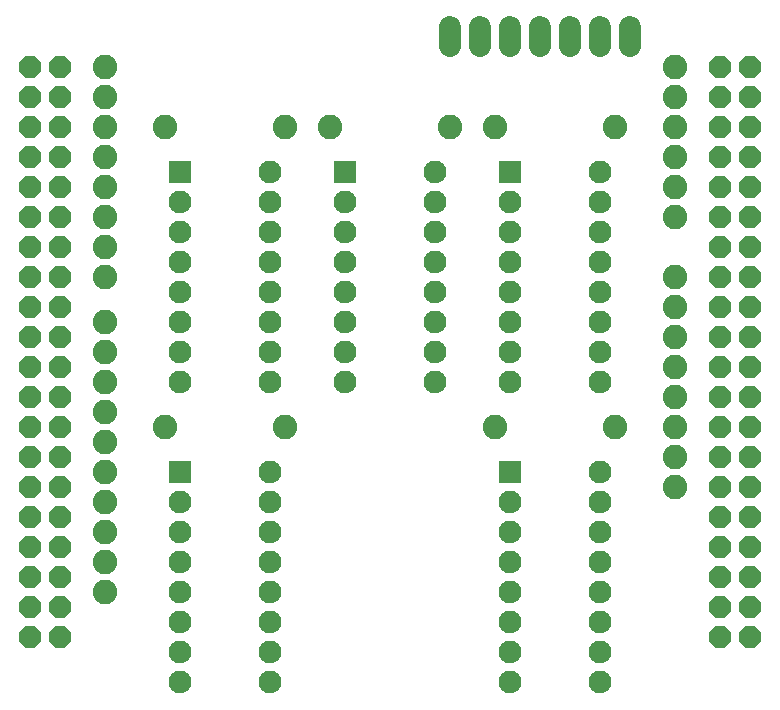
<source format=gbs>
G75*
%MOIN*%
%OFA0B0*%
%FSLAX25Y25*%
%IPPOS*%
%LPD*%
%AMOC8*
5,1,8,0,0,1.08239X$1,22.5*
%
%ADD10C,0.08200*%
%ADD11R,0.07600X0.07600*%
%ADD12C,0.07600*%
%ADD13C,0.07200*%
%ADD14OC8,0.07200*%
D10*
X0070000Y0102524D03*
X0070000Y0112524D03*
X0070000Y0122524D03*
X0070000Y0132524D03*
X0070000Y0142524D03*
X0070000Y0152524D03*
X0070000Y0162524D03*
X0070000Y0172524D03*
X0070000Y0182524D03*
X0070000Y0192524D03*
X0070000Y0207524D03*
X0070000Y0217524D03*
X0070000Y0227524D03*
X0070000Y0237524D03*
X0070000Y0247524D03*
X0070000Y0257524D03*
X0070000Y0267524D03*
X0070000Y0277524D03*
X0090000Y0257524D03*
X0130000Y0257524D03*
X0145000Y0257524D03*
X0185000Y0257524D03*
X0200000Y0257524D03*
X0240000Y0257524D03*
X0260000Y0257524D03*
X0260000Y0267524D03*
X0260000Y0277524D03*
X0260000Y0247524D03*
X0260000Y0237524D03*
X0260000Y0227524D03*
X0260000Y0207524D03*
X0260000Y0197524D03*
X0260000Y0187524D03*
X0260000Y0177524D03*
X0260000Y0167524D03*
X0260000Y0157524D03*
X0260000Y0147524D03*
X0260000Y0137524D03*
X0240000Y0157524D03*
X0200000Y0157524D03*
X0130000Y0157524D03*
X0090000Y0157524D03*
D11*
X0095000Y0142524D03*
X0095000Y0242524D03*
X0150000Y0242524D03*
X0205000Y0242524D03*
X0205000Y0142524D03*
D12*
X0205000Y0132524D03*
X0205000Y0122524D03*
X0205000Y0112524D03*
X0205000Y0102524D03*
X0205000Y0092524D03*
X0205000Y0082524D03*
X0205000Y0072524D03*
X0235000Y0072524D03*
X0235000Y0082524D03*
X0235000Y0092524D03*
X0235000Y0102524D03*
X0235000Y0112524D03*
X0235000Y0122524D03*
X0235000Y0132524D03*
X0235000Y0142524D03*
X0235000Y0172524D03*
X0235000Y0182524D03*
X0235000Y0192524D03*
X0235000Y0202524D03*
X0235000Y0212524D03*
X0235000Y0222524D03*
X0235000Y0232524D03*
X0235000Y0242524D03*
X0205000Y0232524D03*
X0205000Y0222524D03*
X0205000Y0212524D03*
X0205000Y0202524D03*
X0205000Y0192524D03*
X0205000Y0182524D03*
X0205000Y0172524D03*
X0180000Y0172524D03*
X0180000Y0182524D03*
X0180000Y0192524D03*
X0180000Y0202524D03*
X0180000Y0212524D03*
X0180000Y0222524D03*
X0180000Y0232524D03*
X0180000Y0242524D03*
X0150000Y0232524D03*
X0150000Y0222524D03*
X0150000Y0212524D03*
X0150000Y0202524D03*
X0150000Y0192524D03*
X0150000Y0182524D03*
X0150000Y0172524D03*
X0125000Y0172524D03*
X0125000Y0182524D03*
X0125000Y0192524D03*
X0125000Y0202524D03*
X0125000Y0212524D03*
X0125000Y0222524D03*
X0125000Y0232524D03*
X0125000Y0242524D03*
X0095000Y0232524D03*
X0095000Y0222524D03*
X0095000Y0212524D03*
X0095000Y0202524D03*
X0095000Y0192524D03*
X0095000Y0182524D03*
X0095000Y0172524D03*
X0125000Y0142524D03*
X0125000Y0132524D03*
X0125000Y0122524D03*
X0125000Y0112524D03*
X0125000Y0102524D03*
X0125000Y0092524D03*
X0125000Y0082524D03*
X0125000Y0072524D03*
X0095000Y0072524D03*
X0095000Y0082524D03*
X0095000Y0092524D03*
X0095000Y0102524D03*
X0095000Y0112524D03*
X0095000Y0122524D03*
X0095000Y0132524D03*
D13*
X0185000Y0284324D02*
X0185000Y0290724D01*
X0195000Y0290724D02*
X0195000Y0284324D01*
X0205000Y0284324D02*
X0205000Y0290724D01*
X0215000Y0290724D02*
X0215000Y0284324D01*
X0225000Y0284324D02*
X0225000Y0290724D01*
X0235000Y0290724D02*
X0235000Y0284324D01*
X0245000Y0284324D02*
X0245000Y0290724D01*
D14*
X0045000Y0087524D03*
X0045000Y0097524D03*
X0055000Y0097524D03*
X0055000Y0087524D03*
X0055000Y0107524D03*
X0055000Y0117524D03*
X0055000Y0127524D03*
X0045000Y0127524D03*
X0045000Y0117524D03*
X0045000Y0107524D03*
X0045000Y0137524D03*
X0045000Y0147524D03*
X0045000Y0157524D03*
X0045000Y0167524D03*
X0055000Y0167524D03*
X0055000Y0157524D03*
X0055000Y0147524D03*
X0055000Y0137524D03*
X0055000Y0177524D03*
X0055000Y0187524D03*
X0055000Y0197524D03*
X0055000Y0207524D03*
X0045000Y0207524D03*
X0045000Y0197524D03*
X0045000Y0187524D03*
X0045000Y0177524D03*
X0045000Y0217524D03*
X0045000Y0227524D03*
X0045000Y0237524D03*
X0055000Y0237524D03*
X0055000Y0227524D03*
X0055000Y0217524D03*
X0055000Y0247524D03*
X0055000Y0257524D03*
X0055000Y0267524D03*
X0055000Y0277524D03*
X0045000Y0277524D03*
X0045000Y0267524D03*
X0045000Y0257524D03*
X0045000Y0247524D03*
X0275000Y0247524D03*
X0275000Y0257524D03*
X0275000Y0267524D03*
X0275000Y0277524D03*
X0285000Y0277524D03*
X0285000Y0267524D03*
X0285000Y0257524D03*
X0285000Y0247524D03*
X0285000Y0237524D03*
X0275000Y0237524D03*
X0275000Y0227524D03*
X0285000Y0227524D03*
X0285000Y0217524D03*
X0275000Y0217524D03*
X0275000Y0207524D03*
X0285000Y0207524D03*
X0285000Y0197524D03*
X0275000Y0197524D03*
X0275000Y0187524D03*
X0285000Y0187524D03*
X0285000Y0177524D03*
X0275000Y0177524D03*
X0275000Y0167524D03*
X0285000Y0167524D03*
X0285000Y0157524D03*
X0275000Y0157524D03*
X0275000Y0147524D03*
X0285000Y0147524D03*
X0285000Y0137524D03*
X0275000Y0137524D03*
X0275000Y0127524D03*
X0285000Y0127524D03*
X0285000Y0117524D03*
X0275000Y0117524D03*
X0275000Y0107524D03*
X0285000Y0107524D03*
X0285000Y0097524D03*
X0275000Y0097524D03*
X0275000Y0087524D03*
X0285000Y0087524D03*
M02*

</source>
